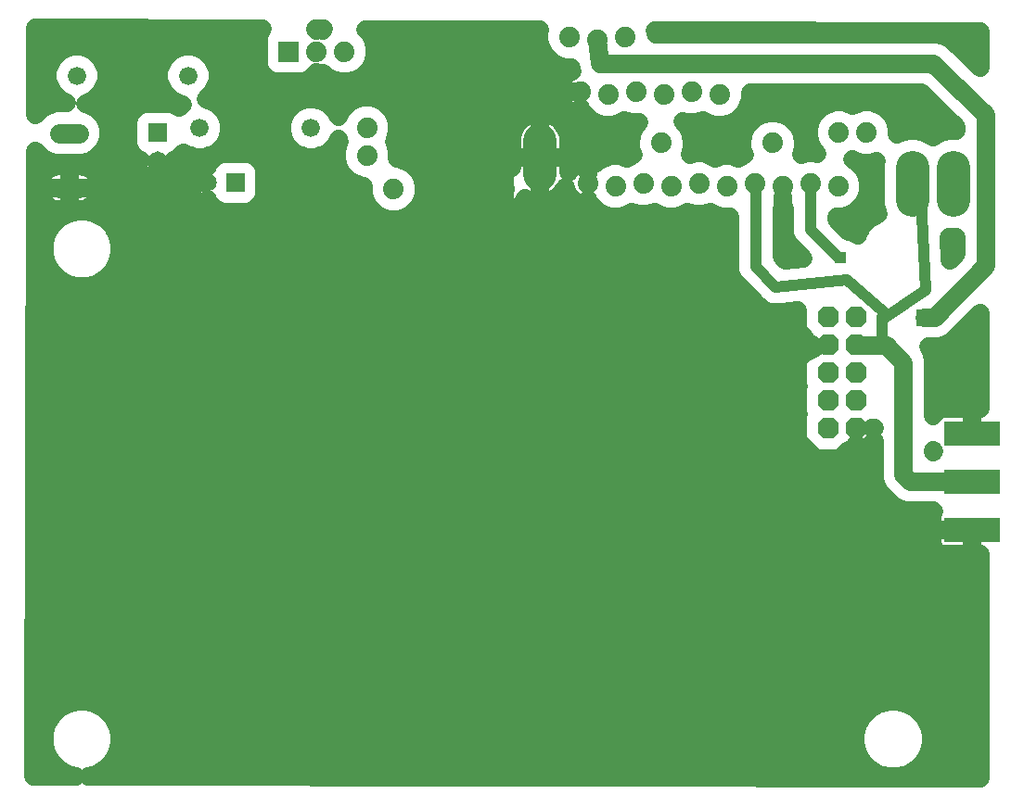
<source format=gtl>
G75*
%MOIN*%
%OFA0B0*%
%FSLAX24Y24*%
%IPPOS*%
%LPD*%
%AMOC8*
5,1,8,0,0,1.08239X$1,22.5*
%
%ADD10OC8,0.0760*%
%ADD11R,0.0650X0.0650*%
%ADD12C,0.0650*%
%ADD13C,0.0740*%
%ADD14C,0.0705*%
%ADD15C,0.1185*%
%ADD16R,0.2000X0.0900*%
%ADD17C,0.0660*%
%ADD18R,0.0740X0.0740*%
%ADD19R,0.0591X0.0591*%
%ADD20C,0.0400*%
%ADD21C,0.0660*%
%ADD22R,0.0396X0.0396*%
D10*
X029788Y014885D03*
X030788Y014885D03*
X030788Y015885D03*
X029788Y015885D03*
X029788Y016885D03*
X029788Y017885D03*
X029788Y018885D03*
X030788Y018885D03*
X030788Y017885D03*
X030788Y016885D03*
D11*
X008485Y023712D03*
X005694Y025515D03*
D12*
X005694Y024515D03*
X007485Y023712D03*
D13*
X013214Y024696D03*
X013214Y025696D03*
X014178Y023483D03*
X018178Y023483D03*
X021151Y023683D03*
X022151Y023583D03*
X023151Y023683D03*
X024151Y023583D03*
X025151Y023683D03*
X026151Y023583D03*
X027151Y023683D03*
X028151Y023583D03*
X029151Y023683D03*
X030151Y023583D03*
X030178Y025519D03*
X031178Y025519D03*
X027796Y025145D03*
X025887Y026875D03*
X024887Y026975D03*
X023887Y026875D03*
X022887Y026975D03*
X021887Y026875D03*
X020887Y026975D03*
X021505Y028858D03*
X020505Y028958D03*
X022505Y028958D03*
X023796Y025145D03*
X012411Y028436D03*
X011411Y028436D03*
D14*
X002869Y025503D02*
X002164Y025503D01*
X002164Y023534D02*
X002869Y023534D01*
D15*
X019442Y024025D02*
X019442Y025210D01*
X032828Y024265D02*
X032828Y023080D01*
X034285Y023080D02*
X034285Y024265D01*
D16*
X034967Y014704D03*
X034967Y012964D03*
X034967Y011224D03*
D17*
X011206Y025680D03*
X007206Y025680D03*
X006796Y027570D03*
X002796Y027570D03*
D18*
X010411Y028436D03*
D19*
X028143Y022688D03*
X033261Y018869D03*
X035269Y016349D03*
X028497Y017964D03*
D20*
X028615Y017263D02*
X028615Y013554D01*
X030466Y013554D01*
X030788Y013877D01*
X030788Y014885D01*
X029788Y017885D02*
X028615Y017263D01*
X030788Y017885D02*
X030828Y017845D01*
X031725Y017845D02*
X031725Y018790D01*
X033300Y019853D01*
X033143Y023200D01*
X032828Y023672D01*
X029166Y023667D02*
X029166Y022019D01*
X030151Y021034D01*
X030229Y021034D01*
X030466Y020208D02*
X031765Y019105D01*
X031725Y018790D01*
X031725Y017845D02*
X031883Y017845D01*
X030466Y020208D02*
X027907Y019971D01*
X027198Y020680D01*
X027198Y023636D01*
X027151Y023683D01*
X029151Y023683D02*
X029166Y023667D01*
X034967Y012964D02*
X035348Y012964D01*
D21*
X001237Y002353D02*
X001299Y024849D01*
X001303Y024842D01*
X001504Y024642D01*
X001749Y024500D01*
X002023Y024427D01*
X003011Y024427D01*
X003285Y024500D01*
X003530Y024642D01*
X003730Y024842D01*
X003872Y025088D01*
X003946Y025361D01*
X003946Y025645D01*
X003872Y025918D01*
X003730Y026164D01*
X003530Y026364D01*
X003285Y026506D01*
X003091Y026558D01*
X003203Y026588D01*
X003443Y026727D01*
X003640Y026923D01*
X003778Y027163D01*
X003850Y027431D01*
X003850Y027709D01*
X003778Y027977D01*
X003640Y028217D01*
X003443Y028413D01*
X003203Y028552D01*
X002935Y028624D01*
X002658Y028624D01*
X002390Y028552D01*
X002149Y028413D01*
X001953Y028217D01*
X001814Y027977D01*
X001743Y027709D01*
X001743Y027431D01*
X001814Y027163D01*
X001953Y026923D01*
X002149Y026727D01*
X002390Y026588D01*
X002423Y026579D01*
X002023Y026579D01*
X001749Y026506D01*
X001504Y026364D01*
X001303Y026164D01*
X001303Y026164D01*
X001312Y029278D01*
X009462Y029251D01*
X009427Y029216D01*
X009317Y028950D01*
X009317Y027922D01*
X009427Y027656D01*
X009631Y027453D01*
X009897Y027342D01*
X010924Y027342D01*
X011190Y027453D01*
X011374Y027636D01*
X011411Y027636D01*
X011463Y027636D01*
X011567Y027650D01*
X011633Y027667D01*
X011739Y027561D01*
X011988Y027417D01*
X012267Y027342D01*
X012555Y027342D01*
X012833Y027417D01*
X013082Y027561D01*
X013286Y027764D01*
X013430Y028014D01*
X013504Y028292D01*
X013504Y028580D01*
X013430Y028858D01*
X013286Y029108D01*
X013154Y029239D01*
X019442Y029218D01*
X019411Y029102D01*
X019411Y028814D01*
X019486Y028536D01*
X019630Y028287D01*
X019833Y028083D01*
X020083Y027939D01*
X020361Y027865D01*
X020559Y027865D01*
X020559Y027864D01*
X020576Y027800D01*
X020584Y027734D01*
X020591Y027719D01*
X020532Y027694D01*
X020441Y027642D01*
X020358Y027578D01*
X020284Y027504D01*
X020220Y027421D01*
X020168Y027330D01*
X020128Y027233D01*
X020101Y027132D01*
X020087Y027028D01*
X020087Y026975D01*
X020087Y026923D01*
X020101Y026819D01*
X020128Y026718D01*
X020168Y026621D01*
X020220Y026530D01*
X020284Y026447D01*
X020358Y026373D01*
X020441Y026309D01*
X020532Y026256D01*
X020629Y026216D01*
X020730Y026189D01*
X020834Y026175D01*
X020887Y026175D01*
X020939Y026175D01*
X021028Y026187D01*
X021215Y026000D01*
X021465Y025856D01*
X021743Y025782D01*
X022031Y025782D01*
X022309Y025856D01*
X022477Y025953D01*
X022743Y025882D01*
X022987Y025882D01*
X022921Y025816D01*
X022777Y025567D01*
X022703Y025289D01*
X022703Y025001D01*
X022777Y024723D01*
X022781Y024716D01*
X022729Y024702D01*
X022561Y024605D01*
X022295Y024677D01*
X022007Y024677D01*
X021729Y024602D01*
X021479Y024458D01*
X021447Y024426D01*
X021408Y024442D01*
X021307Y024469D01*
X021203Y024483D01*
X021151Y024483D01*
X021151Y024038D01*
X021151Y024483D01*
X021098Y024483D01*
X020994Y024469D01*
X020893Y024442D01*
X020796Y024402D01*
X020705Y024349D01*
X020622Y024286D01*
X020548Y024211D01*
X020484Y024128D01*
X020465Y024094D01*
X020465Y024617D01*
X019442Y024617D01*
X019442Y023002D01*
X019499Y023002D01*
X019614Y023015D01*
X019726Y023041D01*
X019834Y023078D01*
X019937Y023128D01*
X020035Y023189D01*
X020124Y023261D01*
X020206Y023342D01*
X020277Y023432D01*
X020338Y023529D01*
X020358Y023571D01*
X020364Y023526D01*
X020391Y023425D01*
X020432Y023328D01*
X020484Y023237D01*
X020548Y023154D01*
X020622Y023080D01*
X020705Y023016D01*
X020796Y022964D01*
X020893Y022924D01*
X020994Y022897D01*
X021098Y022883D01*
X021151Y022883D01*
X021203Y022883D01*
X021292Y022895D01*
X021479Y022708D01*
X021729Y022564D01*
X022007Y022489D01*
X022295Y022489D01*
X022573Y022564D01*
X022740Y022661D01*
X023007Y022589D01*
X023295Y022589D01*
X023561Y022661D01*
X023729Y022564D01*
X024007Y022489D01*
X024295Y022489D01*
X024573Y022564D01*
X024740Y022661D01*
X025007Y022589D01*
X025295Y022589D01*
X025561Y022661D01*
X025729Y022564D01*
X026007Y022489D01*
X026274Y022489D01*
X026274Y020496D01*
X026415Y020157D01*
X027154Y019417D01*
X027175Y019378D01*
X027284Y019288D01*
X027383Y019188D01*
X027424Y019172D01*
X027458Y019144D01*
X027592Y019102D01*
X027723Y019048D01*
X027767Y019048D01*
X027809Y019035D01*
X027949Y019048D01*
X028090Y019048D01*
X028131Y019065D01*
X028685Y019116D01*
X028685Y018428D01*
X028978Y018134D01*
X028978Y017885D01*
X029228Y017885D01*
X029228Y017885D01*
X029228Y017885D01*
X028978Y017885D01*
X028978Y017636D01*
X028685Y017342D01*
X028685Y016428D01*
X028728Y016385D01*
X028685Y016342D01*
X028685Y015428D01*
X028728Y015385D01*
X028685Y015342D01*
X028685Y014428D01*
X029331Y013781D01*
X030246Y013781D01*
X030539Y014075D01*
X030788Y014075D01*
X030788Y014324D01*
X030788Y014324D01*
X030788Y014075D01*
X031124Y014075D01*
X031459Y014410D01*
X031459Y013061D01*
X031531Y012793D01*
X031670Y012553D01*
X031906Y012317D01*
X032102Y012120D01*
X032342Y011982D01*
X032610Y011910D01*
X033548Y011910D01*
X033557Y011900D01*
X033593Y011885D01*
X033569Y011839D01*
X033548Y011774D01*
X033537Y011707D01*
X033537Y011224D01*
X034967Y011224D01*
X034967Y011224D01*
X033537Y011224D01*
X033537Y010740D01*
X033548Y010673D01*
X033569Y010609D01*
X033600Y010548D01*
X033639Y010493D01*
X033687Y010446D01*
X033742Y010406D01*
X033802Y010375D01*
X033867Y010354D01*
X033934Y010344D01*
X034967Y010344D01*
X034967Y011224D01*
X034967Y011224D01*
X034967Y010344D01*
X035247Y010344D01*
X035247Y002278D01*
X003187Y002349D01*
X003498Y002433D01*
X003809Y002612D01*
X004062Y002865D01*
X004241Y003175D01*
X004333Y003521D01*
X004333Y003879D01*
X004241Y004225D01*
X004062Y004535D01*
X003809Y004788D01*
X003498Y004967D01*
X003153Y005060D01*
X002794Y005060D01*
X002449Y004967D01*
X002138Y004788D01*
X001885Y004535D01*
X001706Y004225D01*
X001614Y003879D01*
X001614Y003521D01*
X001706Y003175D01*
X001885Y002865D01*
X002138Y002612D01*
X002449Y002433D01*
X002757Y002350D01*
X001237Y002353D01*
X001239Y002942D02*
X001841Y002942D01*
X001614Y003601D02*
X001240Y003601D01*
X001242Y004259D02*
X001726Y004259D01*
X001244Y004918D02*
X002363Y004918D01*
X001246Y005576D02*
X035247Y005576D01*
X035247Y004918D02*
X032738Y004918D01*
X032652Y004967D02*
X032962Y004788D01*
X033215Y004535D01*
X033394Y004225D01*
X033487Y003879D01*
X033487Y003521D01*
X033394Y003175D01*
X033215Y002865D01*
X032962Y002612D01*
X032652Y002433D01*
X032306Y002340D01*
X031948Y002340D01*
X031602Y002433D01*
X031292Y002612D01*
X031039Y002865D01*
X030860Y003175D01*
X030767Y003521D01*
X030767Y003879D01*
X030860Y004225D01*
X031039Y004535D01*
X031292Y004788D01*
X031602Y004967D01*
X031948Y005060D01*
X032306Y005060D01*
X032652Y004967D01*
X031516Y004918D02*
X003584Y004918D01*
X004221Y004259D02*
X030880Y004259D01*
X030767Y003601D02*
X004333Y003601D01*
X004106Y002942D02*
X030994Y002942D01*
X032716Y002284D02*
X035247Y002284D01*
X035247Y002942D02*
X033260Y002942D01*
X033487Y003601D02*
X035247Y003601D01*
X035247Y004259D02*
X033374Y004259D01*
X035247Y006235D02*
X001248Y006235D01*
X001250Y006893D02*
X035247Y006893D01*
X035247Y007552D02*
X001251Y007552D01*
X001253Y008210D02*
X035247Y008210D01*
X035247Y008869D02*
X001255Y008869D01*
X001257Y009527D02*
X035247Y009527D01*
X035247Y010186D02*
X001259Y010186D01*
X001261Y010844D02*
X033537Y010844D01*
X033537Y011503D02*
X001262Y011503D01*
X001264Y012161D02*
X032062Y012161D01*
X031524Y012820D02*
X001266Y012820D01*
X001268Y013478D02*
X031459Y013478D01*
X031459Y014137D02*
X031186Y014137D01*
X030788Y014137D02*
X030788Y014137D01*
X031349Y014885D02*
X031459Y014885D01*
X031459Y014885D01*
X031349Y014885D01*
X031349Y014885D01*
X032513Y013200D02*
X032749Y012964D01*
X034967Y012964D01*
X033593Y014042D02*
X033567Y014031D01*
X033567Y014096D01*
X033569Y014089D01*
X033593Y014042D01*
X032513Y013200D02*
X032513Y017216D01*
X031883Y017845D01*
X031725Y017845D02*
X030828Y017845D01*
X028978Y018088D02*
X001281Y018088D01*
X001282Y018746D02*
X028685Y018746D01*
X028772Y017429D02*
X001279Y017429D01*
X001277Y016771D02*
X028685Y016771D01*
X028685Y016112D02*
X001275Y016112D01*
X001273Y015454D02*
X028685Y015454D01*
X028685Y014795D02*
X001272Y014795D01*
X001270Y014137D02*
X028976Y014137D01*
X033567Y015311D02*
X033567Y017354D01*
X033495Y017622D01*
X033383Y017815D01*
X033754Y017815D01*
X034022Y017887D01*
X034262Y018026D01*
X035247Y019011D01*
X035247Y015584D01*
X034967Y015584D01*
X033934Y015584D01*
X033867Y015573D01*
X033802Y015552D01*
X033742Y015521D01*
X033687Y015482D01*
X033639Y015434D01*
X033600Y015379D01*
X033569Y015319D01*
X033567Y015311D01*
X033567Y015454D02*
X033659Y015454D01*
X033567Y016112D02*
X035247Y016112D01*
X034967Y015584D02*
X034967Y014704D01*
X034967Y015584D01*
X034967Y015454D02*
X034967Y015454D01*
X034967Y014795D02*
X034967Y014795D01*
X034967Y014704D02*
X034967Y014704D01*
X035247Y016771D02*
X033567Y016771D01*
X033547Y017429D02*
X035247Y017429D01*
X035247Y018088D02*
X034324Y018088D01*
X034982Y018746D02*
X035247Y018746D01*
X033615Y018869D02*
X033261Y018869D01*
X033615Y018869D02*
X035466Y020719D01*
X035466Y026153D01*
X033576Y028003D01*
X021612Y028003D01*
X021505Y028858D01*
X020038Y027965D02*
X013401Y027965D01*
X013493Y028624D02*
X019462Y028624D01*
X020158Y027307D02*
X007817Y027307D01*
X007850Y027431D02*
X007850Y027709D01*
X007778Y027977D01*
X007640Y028217D01*
X007443Y028413D01*
X007203Y028552D01*
X006935Y028624D01*
X006658Y028624D01*
X006390Y028552D01*
X006149Y028413D01*
X005953Y028217D01*
X005814Y027977D01*
X005743Y027709D01*
X005743Y027431D01*
X005814Y027163D01*
X005953Y026923D01*
X006149Y026727D01*
X006390Y026588D01*
X006582Y026537D01*
X006559Y026523D01*
X006459Y026423D01*
X006429Y026453D01*
X006163Y026563D01*
X005225Y026563D01*
X004959Y026453D01*
X004755Y026250D01*
X004645Y025984D01*
X004645Y025046D01*
X004755Y024780D01*
X004943Y024593D01*
X004939Y024564D01*
X004939Y024515D01*
X005107Y024515D01*
X005107Y024515D01*
X004939Y024515D01*
X004939Y024465D01*
X004952Y024367D01*
X004978Y024272D01*
X005015Y024180D01*
X005065Y024094D01*
X005125Y024016D01*
X005195Y023946D01*
X005274Y023886D01*
X005359Y023836D01*
X005451Y023798D01*
X005546Y023773D01*
X005644Y023760D01*
X005694Y023760D01*
X005743Y023760D01*
X005842Y023773D01*
X005937Y023798D01*
X006029Y023836D01*
X006114Y023886D01*
X006193Y023946D01*
X006263Y024016D01*
X006323Y024094D01*
X006373Y024180D01*
X006410Y024272D01*
X006436Y024367D01*
X006449Y024465D01*
X006449Y024515D01*
X006449Y024564D01*
X006445Y024593D01*
X006632Y024780D01*
X006637Y024792D01*
X006799Y024698D01*
X007067Y024626D01*
X007345Y024626D01*
X007613Y024698D01*
X007853Y024837D01*
X008049Y025033D01*
X008188Y025273D01*
X008259Y025541D01*
X008259Y025819D01*
X008188Y026087D01*
X008049Y026327D01*
X007853Y026523D01*
X007613Y026662D01*
X007420Y026713D01*
X007443Y026727D01*
X007640Y026923D01*
X007778Y027163D01*
X007850Y027431D01*
X007781Y027965D02*
X009317Y027965D01*
X009317Y028624D02*
X006935Y028624D01*
X006657Y028624D02*
X002935Y028624D01*
X002657Y028624D02*
X001310Y028624D01*
X001308Y027965D02*
X001811Y027965D01*
X001776Y027307D02*
X001306Y027307D01*
X001304Y026648D02*
X002286Y026648D01*
X003307Y026648D02*
X006286Y026648D01*
X005776Y027307D02*
X003817Y027307D01*
X003781Y027965D02*
X005811Y027965D01*
X007637Y026648D02*
X010775Y026648D01*
X010799Y026662D02*
X010559Y026523D01*
X010363Y026327D01*
X010224Y026087D01*
X010152Y025819D01*
X010152Y025541D01*
X010224Y025273D01*
X010363Y025033D01*
X010559Y024837D01*
X010799Y024698D01*
X011067Y024626D01*
X011345Y024626D01*
X011613Y024698D01*
X011853Y024837D01*
X012049Y025033D01*
X012188Y025273D01*
X012191Y025286D01*
X012194Y025274D01*
X012239Y025196D01*
X012194Y025118D01*
X012120Y024840D01*
X012120Y024552D01*
X012194Y024274D01*
X012338Y024024D01*
X012542Y023821D01*
X012792Y023677D01*
X013070Y023602D01*
X013085Y023602D01*
X013085Y023339D01*
X013159Y023061D01*
X013303Y022812D01*
X013507Y022608D01*
X013756Y022464D01*
X014034Y022390D01*
X014322Y022390D01*
X014600Y022464D01*
X014850Y022608D01*
X015053Y022812D01*
X015197Y023061D01*
X015272Y023339D01*
X015272Y023627D01*
X015197Y023905D01*
X015053Y024155D01*
X014850Y024358D01*
X014600Y024502D01*
X014322Y024577D01*
X014307Y024577D01*
X014307Y024840D01*
X014233Y025118D01*
X014188Y025196D01*
X014233Y025274D01*
X014307Y025552D01*
X014307Y025840D01*
X014233Y026118D01*
X014089Y026367D01*
X013885Y026571D01*
X013636Y026715D01*
X013358Y026790D01*
X013070Y026790D01*
X012792Y026715D01*
X012542Y026571D01*
X012338Y026367D01*
X012194Y026118D01*
X012187Y026089D01*
X012049Y026327D01*
X011853Y026523D01*
X011613Y026662D01*
X011345Y026734D01*
X011067Y026734D01*
X010799Y026662D01*
X011637Y026648D02*
X012675Y026648D01*
X013752Y026648D02*
X020157Y026648D01*
X020087Y026975D02*
X020793Y026975D01*
X020793Y026975D01*
X020087Y026975D01*
X020887Y026420D02*
X020887Y026420D01*
X020887Y026175D01*
X020887Y026420D01*
X021234Y025990D02*
X020104Y025990D01*
X020124Y025973D02*
X020035Y026045D01*
X019937Y026106D01*
X019834Y026156D01*
X019726Y026194D01*
X019614Y026219D01*
X019499Y026232D01*
X019442Y026232D01*
X019385Y026232D01*
X019270Y026219D01*
X019158Y026194D01*
X019050Y026156D01*
X018947Y026106D01*
X018849Y026045D01*
X018760Y025973D01*
X018678Y025892D01*
X018607Y025802D01*
X018546Y025705D01*
X018496Y025602D01*
X018458Y025493D01*
X018432Y025381D01*
X018420Y025267D01*
X018420Y024617D01*
X018420Y024247D01*
X018335Y024270D01*
X018231Y024283D01*
X018178Y024283D01*
X018126Y024283D01*
X018022Y024270D01*
X017921Y024242D01*
X017824Y024202D01*
X017733Y024150D01*
X017650Y024086D01*
X017575Y024012D01*
X017512Y023929D01*
X017459Y023838D01*
X017419Y023741D01*
X017392Y023640D01*
X017378Y023536D01*
X017378Y023483D01*
X017378Y023431D01*
X017392Y023327D01*
X017419Y023226D01*
X017459Y023129D01*
X017512Y023038D01*
X017575Y022955D01*
X017650Y022881D01*
X017733Y022817D01*
X017824Y022764D01*
X017921Y022724D01*
X018022Y022697D01*
X018126Y022683D01*
X018178Y022683D01*
X018178Y023483D01*
X018178Y023483D01*
X017378Y023483D01*
X018178Y023483D01*
X018178Y023483D01*
X018178Y022683D01*
X018231Y022683D01*
X018335Y022697D01*
X021498Y022697D01*
X021151Y022883D02*
X021151Y023128D01*
X021151Y023128D01*
X021151Y022883D01*
X020420Y023356D02*
X020216Y023356D01*
X019442Y023356D02*
X019442Y023356D01*
X019442Y023002D02*
X019442Y024617D01*
X019442Y024617D01*
X018420Y024617D01*
X019442Y024617D01*
X019442Y024617D01*
X019442Y024617D01*
X020465Y024617D01*
X020465Y025267D01*
X020452Y025381D01*
X020426Y025493D01*
X020388Y025602D01*
X020338Y025705D01*
X020277Y025802D01*
X020206Y025892D01*
X020124Y025973D01*
X019442Y025990D02*
X019442Y025990D01*
X019442Y026232D02*
X019442Y024617D01*
X019442Y024617D01*
X019442Y026232D01*
X018780Y025990D02*
X014267Y025990D01*
X014248Y025331D02*
X018427Y025331D01*
X019442Y025331D02*
X019442Y025331D01*
X019442Y024673D02*
X019442Y024673D01*
X019442Y024014D02*
X019442Y024014D01*
X018420Y024673D02*
X014307Y024673D01*
X015135Y024014D02*
X017578Y024014D01*
X018178Y024014D02*
X018178Y024014D01*
X018178Y024283D02*
X018178Y023483D01*
X018178Y023483D01*
X018178Y024283D01*
X018178Y023356D02*
X018178Y023356D01*
X018178Y022697D02*
X018178Y022697D01*
X018022Y022697D02*
X014939Y022697D01*
X015272Y023356D02*
X017388Y023356D01*
X018335Y022697D02*
X018436Y022724D01*
X018533Y022764D01*
X018624Y022817D01*
X018707Y022881D01*
X018781Y022955D01*
X018845Y023038D01*
X018897Y023129D01*
X018907Y023153D01*
X018947Y023128D01*
X019050Y023078D01*
X019158Y023041D01*
X019270Y023015D01*
X019385Y023002D01*
X019442Y023002D01*
X020465Y024673D02*
X021992Y024673D01*
X022310Y024673D02*
X022677Y024673D01*
X022714Y025331D02*
X020457Y025331D01*
X021151Y024038D02*
X021151Y024038D01*
X024556Y025932D02*
X024743Y025882D01*
X025031Y025882D01*
X025297Y025953D01*
X025465Y025856D01*
X025743Y025782D01*
X026031Y025782D01*
X026309Y025856D01*
X026558Y026000D01*
X026762Y026204D01*
X026906Y026453D01*
X026981Y026731D01*
X026981Y026949D01*
X033146Y026949D01*
X034412Y025710D01*
X034412Y025581D01*
X034111Y025581D01*
X033776Y025491D01*
X033556Y025364D01*
X033336Y025491D01*
X033001Y025581D01*
X032655Y025581D01*
X032320Y025491D01*
X032272Y025464D01*
X032272Y025663D01*
X032197Y025941D01*
X032053Y026190D01*
X031850Y026394D01*
X031600Y026538D01*
X031322Y026612D01*
X031034Y026612D01*
X030756Y026538D01*
X030678Y026493D01*
X030600Y026538D01*
X030322Y026612D01*
X030034Y026612D01*
X029756Y026538D01*
X029507Y026394D01*
X029303Y026190D01*
X029159Y025941D01*
X029085Y025663D01*
X029085Y025375D01*
X029159Y025097D01*
X029303Y024847D01*
X029403Y024748D01*
X029295Y024777D01*
X029007Y024777D01*
X028816Y024726D01*
X028890Y025001D01*
X028890Y025289D01*
X028816Y025567D01*
X028672Y025816D01*
X028468Y026020D01*
X028218Y026164D01*
X027940Y026238D01*
X027652Y026238D01*
X027374Y026164D01*
X027125Y026020D01*
X026921Y025816D01*
X026777Y025567D01*
X026703Y025289D01*
X026703Y025001D01*
X026777Y024723D01*
X026781Y024716D01*
X026729Y024702D01*
X026561Y024605D01*
X026295Y024677D01*
X026007Y024677D01*
X025740Y024605D01*
X025573Y024702D01*
X025295Y024777D01*
X025007Y024777D01*
X024816Y024726D01*
X024890Y025001D01*
X024890Y025289D01*
X024816Y025567D01*
X024672Y025816D01*
X024556Y025932D01*
X024879Y025331D02*
X026714Y025331D01*
X026540Y025990D02*
X027094Y025990D01*
X026958Y026648D02*
X033454Y026648D01*
X034126Y025990D02*
X032169Y025990D01*
X031523Y024479D02*
X031322Y024425D01*
X031034Y024425D01*
X030756Y024500D01*
X030678Y024544D01*
X030675Y024543D01*
X030822Y024458D01*
X031026Y024254D01*
X031170Y024005D01*
X031244Y023727D01*
X031244Y023439D01*
X031170Y023161D01*
X031026Y022911D01*
X030822Y022708D01*
X030573Y022564D01*
X030295Y022489D01*
X030090Y022489D01*
X030090Y022401D01*
X030535Y021956D01*
X030571Y021956D01*
X030837Y021846D01*
X030852Y021832D01*
X030860Y021863D01*
X031039Y022173D01*
X031292Y022426D01*
X031594Y022600D01*
X031512Y022906D01*
X031512Y024438D01*
X031523Y024479D01*
X031512Y024014D02*
X031165Y024014D01*
X031222Y023356D02*
X031512Y023356D01*
X031568Y022697D02*
X030804Y022697D01*
X030961Y022039D02*
X030453Y022039D01*
X028889Y020990D02*
X028253Y020931D01*
X028122Y021063D01*
X028122Y022783D01*
X028151Y022783D01*
X028203Y022783D01*
X028243Y022788D01*
X028243Y021835D01*
X028383Y021495D01*
X028889Y020990D01*
X028499Y021380D02*
X028122Y021380D01*
X028122Y022039D02*
X028243Y022039D01*
X028243Y022697D02*
X028122Y022697D01*
X028151Y022783D02*
X028151Y023228D01*
X028151Y023228D01*
X028151Y023228D01*
X028151Y022783D01*
X026274Y022039D02*
X004139Y022039D01*
X004062Y022173D02*
X003809Y022426D01*
X003498Y022605D01*
X003153Y022698D01*
X002794Y022698D01*
X002449Y022605D01*
X002138Y022426D01*
X001885Y022173D01*
X001706Y021863D01*
X001614Y021517D01*
X001614Y021159D01*
X001706Y020813D01*
X001885Y020503D01*
X002138Y020249D01*
X002449Y020070D01*
X002794Y019978D01*
X003153Y019978D01*
X003498Y020070D01*
X003809Y020249D01*
X004062Y020503D01*
X004241Y020813D01*
X004333Y021159D01*
X004333Y021517D01*
X004241Y021863D01*
X004062Y022173D01*
X004333Y021380D02*
X026274Y021380D01*
X026274Y020722D02*
X004188Y020722D01*
X003471Y020063D02*
X026509Y020063D01*
X027161Y019405D02*
X001284Y019405D01*
X001286Y020063D02*
X002476Y020063D01*
X001759Y020722D02*
X001288Y020722D01*
X001290Y021380D02*
X001614Y021380D01*
X001808Y022039D02*
X001292Y022039D01*
X001293Y022697D02*
X002793Y022697D01*
X002921Y022752D02*
X003022Y022765D01*
X003121Y022792D01*
X003216Y022831D01*
X003305Y022882D01*
X003386Y022945D01*
X003459Y023017D01*
X003521Y023099D01*
X003573Y023188D01*
X003612Y023282D01*
X003638Y023381D01*
X003652Y023483D01*
X003652Y023534D01*
X002517Y023534D01*
X002517Y022752D01*
X002921Y022752D01*
X003154Y022697D02*
X007934Y022697D01*
X008016Y022663D02*
X007750Y022773D01*
X007563Y022960D01*
X007535Y022957D01*
X007485Y022957D01*
X007485Y023125D01*
X007485Y023125D01*
X007485Y022957D01*
X007436Y022957D01*
X007338Y022970D01*
X007242Y022995D01*
X007151Y023033D01*
X007065Y023083D01*
X006986Y023143D01*
X006916Y023213D01*
X006856Y023291D01*
X006807Y023377D01*
X006769Y023468D01*
X006743Y023564D01*
X006730Y023662D01*
X006730Y023712D01*
X007437Y023712D01*
X007437Y023712D01*
X006730Y023712D01*
X006730Y023761D01*
X006743Y023859D01*
X006769Y023955D01*
X006807Y024046D01*
X006856Y024132D01*
X006916Y024210D01*
X006986Y024280D01*
X007065Y024341D01*
X007151Y024390D01*
X007242Y024428D01*
X007338Y024454D01*
X007436Y024467D01*
X007485Y024467D01*
X007485Y024298D01*
X007485Y024298D01*
X007485Y024467D01*
X007535Y024467D01*
X007563Y024463D01*
X007750Y024650D01*
X008016Y024760D01*
X008954Y024760D01*
X009220Y024650D01*
X009424Y024447D01*
X009534Y024181D01*
X009534Y023243D01*
X009424Y022977D01*
X009220Y022773D01*
X008954Y022663D01*
X008016Y022663D01*
X009037Y022697D02*
X013418Y022697D01*
X013085Y023356D02*
X009534Y023356D01*
X009534Y024014D02*
X012349Y024014D01*
X012120Y024673D02*
X011517Y024673D01*
X010895Y024673D02*
X009166Y024673D01*
X008203Y025331D02*
X010208Y025331D01*
X010198Y025990D02*
X008214Y025990D01*
X007804Y024673D02*
X007517Y024673D01*
X006895Y024673D02*
X006525Y024673D01*
X006449Y024515D02*
X006281Y024515D01*
X006280Y024515D01*
X006449Y024515D01*
X006261Y024014D02*
X006793Y024014D01*
X006819Y023356D02*
X003631Y023356D01*
X003652Y023534D02*
X003652Y023586D01*
X003638Y023687D01*
X003612Y023787D01*
X003573Y023881D01*
X003521Y023970D01*
X003459Y024051D01*
X003386Y024124D01*
X003305Y024186D01*
X003216Y024238D01*
X003121Y024277D01*
X003022Y024304D01*
X002921Y024317D01*
X002517Y024317D01*
X002517Y023534D01*
X002517Y023534D01*
X002517Y023534D01*
X002517Y022752D01*
X002113Y022752D01*
X002011Y022765D01*
X001912Y022792D01*
X001817Y022831D01*
X001729Y022882D01*
X001647Y022945D01*
X001575Y023017D01*
X001512Y023099D01*
X001461Y023188D01*
X001422Y023282D01*
X001395Y023381D01*
X001382Y023483D01*
X001382Y023534D01*
X002517Y023534D01*
X002517Y023534D01*
X003652Y023534D01*
X003488Y024014D02*
X005127Y024014D01*
X005694Y024014D02*
X005694Y024014D01*
X005694Y023760D02*
X005694Y024466D01*
X005694Y024466D01*
X005694Y023760D01*
X004863Y024673D02*
X003561Y024673D01*
X002517Y024317D02*
X002113Y024317D01*
X002011Y024304D01*
X001912Y024277D01*
X001817Y024238D01*
X001729Y024186D01*
X001647Y024124D01*
X001575Y024051D01*
X001512Y023970D01*
X001461Y023881D01*
X001422Y023787D01*
X001395Y023687D01*
X001382Y023586D01*
X001382Y023534D01*
X002517Y023534D01*
X002517Y023534D01*
X002517Y024317D01*
X002517Y024014D02*
X002517Y024014D01*
X002517Y023356D02*
X002517Y023356D01*
X001402Y023356D02*
X001295Y023356D01*
X001297Y024014D02*
X001546Y024014D01*
X001473Y024673D02*
X001299Y024673D01*
X003937Y025331D02*
X004645Y025331D01*
X004648Y025990D02*
X003831Y025990D01*
X011411Y027636D02*
X011411Y027696D01*
X011411Y027636D01*
X011411Y027696D02*
X011411Y027696D01*
X011411Y029176D02*
X011411Y029176D01*
X011411Y029236D01*
X011463Y029236D01*
X011567Y029222D01*
X011633Y029205D01*
X011672Y029244D01*
X011365Y029245D01*
X011374Y029236D01*
X011411Y029236D01*
X011411Y029176D01*
X023571Y029204D02*
X035247Y029165D01*
X035247Y027841D01*
X034317Y028752D01*
X034223Y028846D01*
X034218Y028849D01*
X034214Y028853D01*
X034098Y028918D01*
X033983Y028985D01*
X033977Y028986D01*
X033972Y028989D01*
X033843Y029022D01*
X033715Y029057D01*
X033709Y029057D01*
X033703Y029058D01*
X033570Y029057D01*
X023599Y029057D01*
X023599Y029102D01*
X023571Y029204D01*
X028498Y025990D02*
X029187Y025990D01*
X029096Y025331D02*
X028879Y025331D01*
X026677Y024673D02*
X026310Y024673D01*
X025992Y024673D02*
X025624Y024673D01*
X034135Y021764D02*
X034175Y020919D01*
X034412Y021156D01*
X034412Y021764D01*
X034135Y021764D01*
X034153Y021380D02*
X034412Y021380D01*
X035121Y027965D02*
X035247Y027965D01*
X035247Y028624D02*
X034448Y028624D01*
X034967Y010844D02*
X034967Y010844D01*
D22*
X030229Y021034D03*
M02*

</source>
